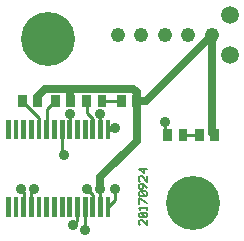
<source format=gbr>
G04 start of page 2 for group 0 idx 0 *
G04 Title: encoder, top *
G04 Creator: pcb 20140316 *
G04 CreationDate: Mon 25 Sep 2017 03:55:45 AM GMT UTC *
G04 For: brian *
G04 Format: Gerber/RS-274X *
G04 PCB-Dimensions (mil): 1250.00 1300.00 *
G04 PCB-Coordinate-Origin: lower left *
%MOIN*%
%FSLAX25Y25*%
%LNTOP*%
%ADD23C,0.1285*%
%ADD22C,0.0437*%
%ADD21C,0.0279*%
%ADD20C,0.0200*%
%ADD19C,0.0360*%
%ADD18R,0.0165X0.0165*%
%ADD17R,0.0295X0.0295*%
%ADD16C,0.1800*%
%ADD15C,0.0597*%
%ADD14C,0.0480*%
%ADD13C,0.0060*%
%ADD12C,0.0250*%
%ADD11C,0.0100*%
G54D11*X65000Y50000D02*Y54000D01*
X63000Y56000D01*
X67500Y50172D02*Y56000D01*
G54D12*Y60000D01*
G54D11*X62413Y50141D02*Y42587D01*
X62500Y42500D01*
X59854Y45354D02*X58500Y44000D01*
X59854Y50141D02*Y45354D01*
X74441Y85500D02*X68059D01*
X72500Y76500D02*X71929Y75929D01*
X70050D01*
X67531D02*Y80969D01*
X70050Y50141D02*X70000Y50192D01*
X67531Y50141D02*X67500Y50172D01*
X70192Y50000D02*X72500Y52308D01*
Y56000D01*
G54D12*X67500Y60000D02*X79559Y72059D01*
Y88441D01*
G54D11*X67531Y80969D02*X67500Y81000D01*
X47058Y75929D02*Y79942D01*
X45500Y81500D01*
X45441D01*
X49617Y75929D02*Y82676D01*
X52441Y85500D01*
X45441Y81500D02*X41441Y85500D01*
G54D12*X46559D02*Y87059D01*
X49000Y89500D01*
G54D11*X54735Y75929D02*Y68265D01*
X55500Y67500D01*
X41940Y50141D02*Y55060D01*
X41000Y56000D01*
X44499Y50141D02*Y54999D01*
X45500Y56000D01*
G54D12*X49000Y89500D02*X78500D01*
X79559Y88441D01*
X57559Y85500D02*X57500Y85559D01*
Y89500D01*
G54D11*X62941Y85500D02*Y81559D01*
X65000Y79500D01*
Y76000D01*
X57294Y75929D02*X57300Y75934D01*
Y81100D01*
G54D12*X104748Y107500D02*X82748Y85500D01*
X79559D01*
X105559Y74000D02*X104748Y74811D01*
Y107500D01*
G54D11*X100441Y74000D02*X95059D01*
X89941D02*X89000Y74941D01*
Y78500D01*
G54D13*X80610Y44000D02*X80240Y44370D01*
Y45480D02*Y44370D01*
Y45480D02*X80610Y45850D01*
X81350D01*
X83200Y44000D02*X81350Y45850D01*
X83200D02*Y44000D01*
X82830Y46738D02*X83200Y47108D01*
X80610Y46738D02*X82830D01*
X80610D02*X80240Y47108D01*
Y47848D02*Y47108D01*
Y47848D02*X80610Y48218D01*
X82830D01*
X83200Y47848D02*X82830Y48218D01*
X83200Y47848D02*Y47108D01*
X82460Y46738D02*X80980Y48218D01*
X80832Y49106D02*X80240Y49698D01*
X83200D01*
Y50216D02*Y49106D01*
Y51474D02*X80240Y52954D01*
Y51104D01*
X82830Y53842D02*X83200Y54212D01*
X80610Y53842D02*X82830D01*
X80610D02*X80240Y54212D01*
Y54952D02*Y54212D01*
Y54952D02*X80610Y55322D01*
X82830D01*
X83200Y54952D02*X82830Y55322D01*
X83200Y54952D02*Y54212D01*
X82460Y53842D02*X80980Y55322D01*
X83200Y56580D02*X81720Y57690D01*
X80610D02*X81720D01*
X80240Y57320D02*X80610Y57690D01*
X80240Y57320D02*Y56580D01*
X80610Y56210D02*X80240Y56580D01*
X80610Y56210D02*X81350D01*
X81720Y56580D01*
Y57690D02*Y56580D01*
X80610Y58578D02*X80240Y58948D01*
Y60058D02*Y58948D01*
Y60058D02*X80610Y60428D01*
X81350D01*
X83200Y58578D02*X81350Y60428D01*
X83200D02*Y58578D01*
X82090Y61316D02*X80240Y62796D01*
X82090Y63166D02*Y61316D01*
X80240Y62796D02*X83200D01*
G54D14*X73252Y107500D03*
X81126D03*
X89000D03*
X96874D03*
X104748D03*
G54D15*X110654Y114193D03*
G54D16*X50000Y106000D03*
G54D15*X110654Y100807D03*
G54D16*X98500Y51500D03*
G54D17*X100441Y74492D02*Y73508D01*
X105559Y74492D02*Y73508D01*
X95059Y74492D02*Y73508D01*
X89941Y74492D02*Y73508D01*
X52441Y85992D02*Y85008D01*
X57559Y85992D02*Y85008D01*
X41441Y85992D02*Y85008D01*
X46559Y85992D02*Y85008D01*
X74441Y85992D02*Y85008D01*
X68059Y85992D02*Y85008D01*
X62941Y85992D02*Y85008D01*
X79559Y85992D02*Y85008D01*
G54D18*X62413Y52602D02*Y47681D01*
X64972Y52602D02*Y47681D01*
X67531Y52602D02*Y47681D01*
X70050Y52602D02*Y47681D01*
X36822Y52602D02*Y47681D01*
X39381Y52602D02*Y47681D01*
X41940Y52602D02*Y47681D01*
X44499Y52602D02*Y47681D01*
X47058Y52602D02*Y47681D01*
X49617Y52602D02*Y47681D01*
X52176Y52602D02*Y47681D01*
X54735Y52602D02*Y47681D01*
X57294Y52602D02*Y47681D01*
X59854Y52602D02*Y47681D01*
X70050Y78389D02*Y73468D01*
X67531Y78389D02*Y73468D01*
X64972Y78389D02*Y73468D01*
X62413Y78389D02*Y73468D01*
X59854Y78389D02*Y73468D01*
X57294Y78389D02*Y73468D01*
X54735Y78389D02*Y73468D01*
X52176Y78389D02*Y73468D01*
X49617Y78389D02*Y73468D01*
X47058Y78389D02*Y73468D01*
X44499Y78389D02*Y73468D01*
X41940Y78389D02*Y73468D01*
X39381Y78389D02*Y73468D01*
X36822Y78389D02*Y73468D01*
G54D19*X67500Y56000D03*
X72500D03*
X63000D03*
X62500Y42500D03*
X58500Y44000D03*
X67500Y81000D03*
X89000Y78500D03*
X72500Y76500D03*
X57300Y81100D03*
X55500Y67500D03*
X45500Y56000D03*
X41000D03*
G54D20*G54D21*G54D22*G54D23*G54D22*G54D23*M02*

</source>
